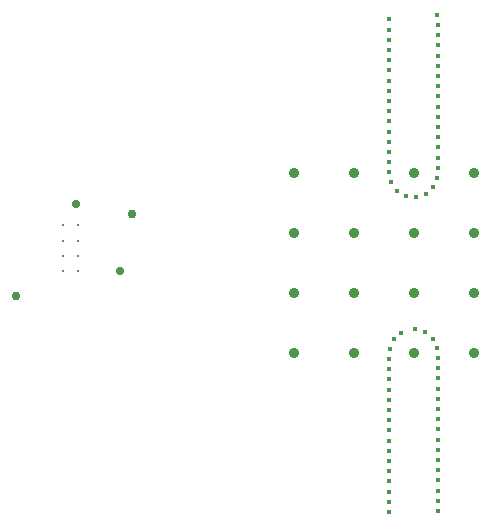
<source format=gbr>
%TF.GenerationSoftware,Altium Limited,Altium Designer,25.0.2 (28)*%
G04 Layer_Color=0*
%FSLAX45Y45*%
%MOMM*%
%TF.SameCoordinates,B98E361C-49A8-4C36-954A-03D76396FE22*%
%TF.FilePolarity,Positive*%
%TF.FileFunction,Plated,1,2,PTH,Drill*%
%TF.Part,Single*%
G01*
G75*
%TA.AperFunction,ComponentDrill*%
%ADD64C,0.91440*%
%TA.AperFunction,OtherDrill,Pad Free-2 (49.784mm,51.181mm)*%
%ADD65C,0.76200*%
%TA.AperFunction,OtherDrill,Pad Free-1 (40.005mm,44.196mm)*%
%ADD66C,0.76200*%
%TA.AperFunction,OtherDrill,Pad Free-3 (45.085mm,52.034mm)*%
%ADD67C,0.71120*%
%TA.AperFunction,ViaDrill,NotFilled*%
%ADD68C,0.20000*%
%ADD69C,0.40640*%
%ADD70C,0.71120*%
D64*
X7874000Y3937000D02*
D03*
Y4445000D02*
D03*
Y4953000D02*
D03*
Y5461000D02*
D03*
X7366000Y3937000D02*
D03*
Y4445000D02*
D03*
Y4953000D02*
D03*
Y5461000D02*
D03*
X6858000Y3937000D02*
D03*
Y4445000D02*
D03*
Y4953000D02*
D03*
Y5461000D02*
D03*
X6350000Y3937000D02*
D03*
Y4445000D02*
D03*
Y4953000D02*
D03*
Y5461000D02*
D03*
D65*
X4978400Y5118100D02*
D03*
D66*
X4000500Y4419600D02*
D03*
D67*
X4508500Y5203401D02*
D03*
D68*
X4522700Y5021000D02*
D03*
X4392700D02*
D03*
X4522700Y4631000D02*
D03*
X4392700D02*
D03*
X4522700Y4761000D02*
D03*
X4392700D02*
D03*
X4522700Y4891000D02*
D03*
X4392700D02*
D03*
D69*
X7570954Y2601400D02*
D03*
Y2687760D02*
D03*
Y2774120D02*
D03*
Y2860480D02*
D03*
Y2946840D02*
D03*
Y3033200D02*
D03*
X7161046Y2592909D02*
D03*
Y2679269D02*
D03*
Y2765629D02*
D03*
Y2851989D02*
D03*
Y2938349D02*
D03*
Y3024709D02*
D03*
X7262150Y4112690D02*
D03*
X7198659Y4054150D02*
D03*
X7165108Y3974573D02*
D03*
X7161046Y3888309D02*
D03*
Y3801949D02*
D03*
Y3715589D02*
D03*
Y3629229D02*
D03*
Y3542869D02*
D03*
Y3456509D02*
D03*
Y3370149D02*
D03*
Y3283789D02*
D03*
Y3197429D02*
D03*
Y3111069D02*
D03*
X7570954Y3119560D02*
D03*
Y3205920D02*
D03*
Y3292280D02*
D03*
Y3378640D02*
D03*
Y3465000D02*
D03*
Y3551360D02*
D03*
Y3637720D02*
D03*
Y3724080D02*
D03*
Y3810440D02*
D03*
Y3896800D02*
D03*
X7564963Y3982952D02*
D03*
X7528061Y4061031D02*
D03*
X7462323Y4117036D02*
D03*
X7379376Y4141077D02*
D03*
X7161046Y6677811D02*
D03*
Y6591451D02*
D03*
Y6505091D02*
D03*
Y6418731D02*
D03*
X7159293Y6764171D02*
D03*
X7569200Y6716105D02*
D03*
Y6629745D02*
D03*
Y6543385D02*
D03*
Y6457025D02*
D03*
X7567446Y6802466D02*
D03*
X7569200Y6370665D02*
D03*
X7161046Y6332371D02*
D03*
Y6246011D02*
D03*
Y6159651D02*
D03*
Y6073291D02*
D03*
Y5986931D02*
D03*
Y5900571D02*
D03*
Y5814211D02*
D03*
Y5727851D02*
D03*
Y5641491D02*
D03*
Y5555131D02*
D03*
Y5468771D02*
D03*
X7177042Y5383905D02*
D03*
X7225779Y5312612D02*
D03*
X7299511Y5267649D02*
D03*
X7385296Y5257702D02*
D03*
X7467559Y5283987D02*
D03*
X7531743Y5341767D02*
D03*
X7566510Y5420819D02*
D03*
X7570954Y5507065D02*
D03*
Y5593425D02*
D03*
Y5679785D02*
D03*
Y5766145D02*
D03*
Y5852505D02*
D03*
Y5938865D02*
D03*
Y6025225D02*
D03*
Y6111585D02*
D03*
Y6197945D02*
D03*
Y6284305D02*
D03*
D70*
X4876800Y4635500D02*
D03*
%TF.MD5,6c97425c2c585137a5d6582d40ca4a8e*%
M02*

</source>
